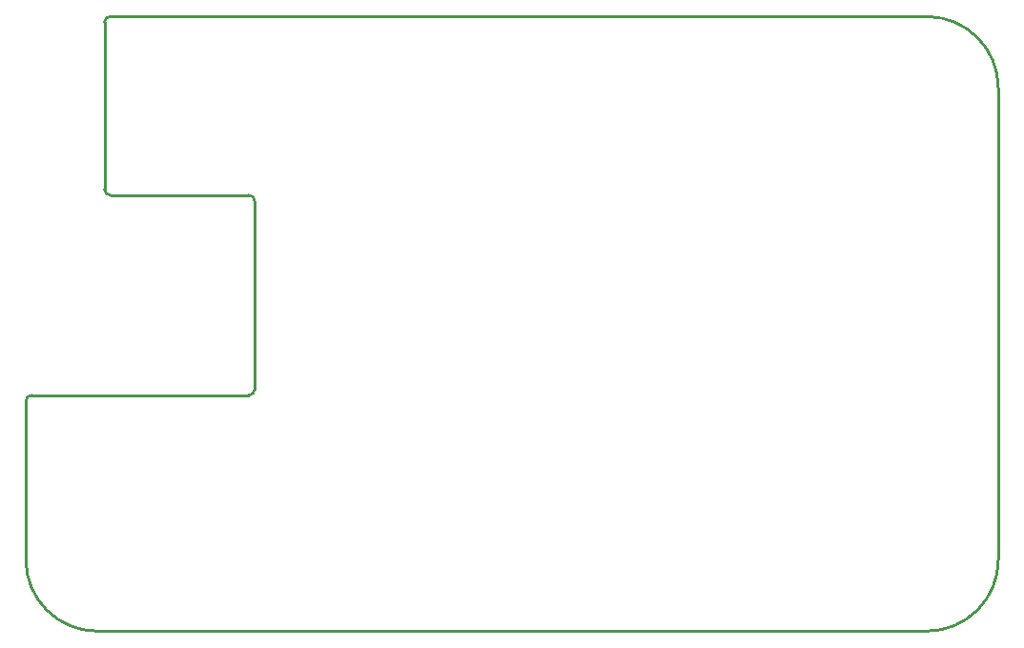
<source format=gm1>
G04*
G04 #@! TF.GenerationSoftware,Altium Limited,Altium Designer,20.1.14 (287)*
G04*
G04 Layer_Color=16711935*
%FSLAX24Y24*%
%MOIN*%
G70*
G04*
G04 #@! TF.SameCoordinates,9A1B4EAE-D6D5-4477-8753-CECB3CDB6822*
G04*
G04*
G04 #@! TF.FilePolarity,Positive*
G04*
G01*
G75*
%ADD14C,0.0100*%
D14*
X0Y2500D02*
G03*
X2500Y0I2500J0D01*
G01*
X31500D02*
G03*
X34000Y2500I0J2500D01*
G01*
Y19000D02*
G03*
X31500Y21500I-2500J0D01*
G01*
X2950Y21500D02*
G03*
X2750Y21300I0J-200D01*
G01*
X2750Y15450D02*
G03*
X2950Y15250I200J0D01*
G01*
X8000Y15050D02*
G03*
X7800Y15250I-200J0D01*
G01*
X7800Y8250D02*
G03*
X8000Y8450I0J200D01*
G01*
X200Y8250D02*
G03*
X0Y8050I0J-200D01*
G01*
X2500Y0D02*
X31500D01*
X34000Y2500D02*
Y19000D01*
X2950Y21500D02*
X31500D01*
X2750Y15450D02*
Y21300D01*
X2950Y15250D02*
X7800D01*
X8000Y8450D02*
Y15050D01*
X0Y2500D02*
Y8050D01*
X200Y8250D02*
X7800D01*
M02*

</source>
